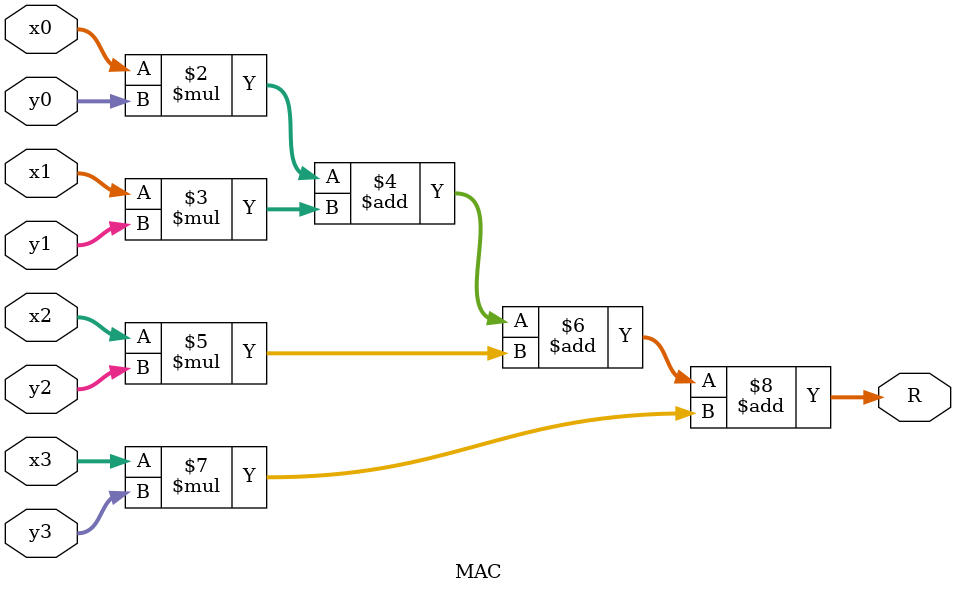
<source format=v>
module MAC(
    input [7:0] x0,x1,x2,x3,
    input [7:0] y0,y1,y2,y3,
    output reg [15:0] R
);

// assign R = (x0*y0)+(x1*y1)+(x2*y2)+(x3*y3);

always @(*) begin
  R = (x0*y0)+(x1*y1)+(x2*y2)+(x3*y3);
end
endmodule
</source>
